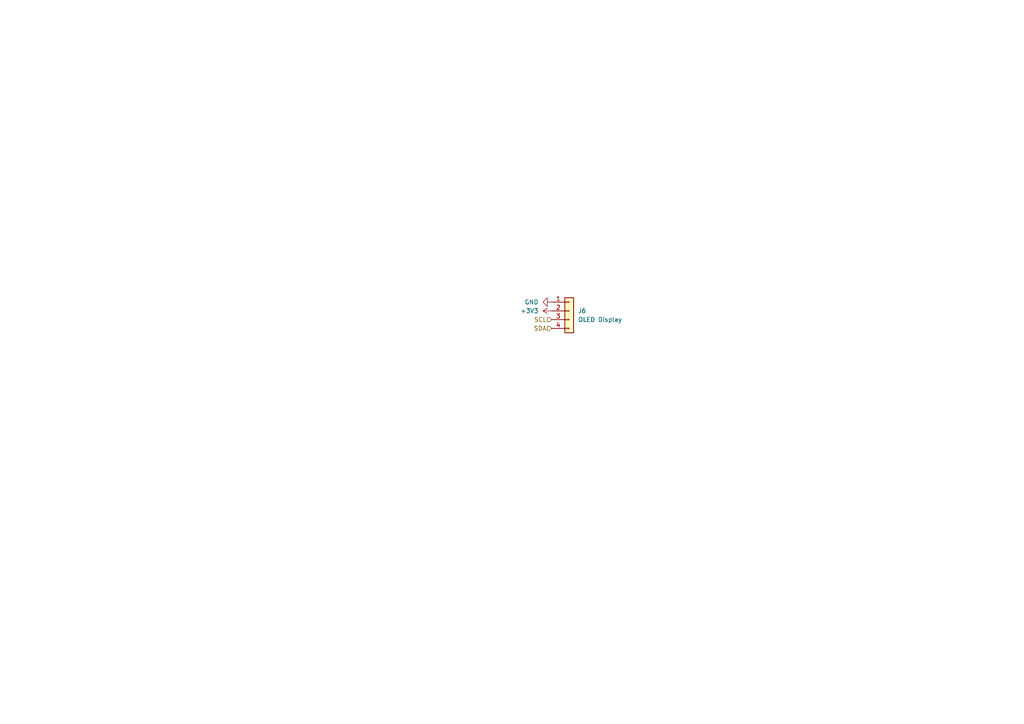
<source format=kicad_sch>
(kicad_sch (version 20230121) (generator eeschema)
  (paper "A4")
  (lib_symbols
    (symbol "Connector_Generic:Conn_01x04" (pin_names (offset 1.016) hide)
      (property "Reference" "J" (at 0 5.08 0))
      (property "Value" "Conn_01x04" (at 0 -7.62 0))
      (symbol "Conn_01x04_1_1"
        (rectangle (start -1.27 -4.953) (end 0 -5.207) (stroke (width 0.1524)))
        (rectangle (start -1.27 -2.413) (end 0 -2.667) (stroke (width 0.1524)))
        (rectangle (start -1.27 0.127) (end 0 -0.127) (stroke (width 0.1524)))
        (rectangle (start -1.27 2.667) (end 0 2.413) (stroke (width 0.1524)))
        (rectangle (start -1.27 3.81) (end 1.27 -6.35) (stroke (width 0.254)) (fill (type background)))
        (pin passive line (at -5.08 2.54 0) (length 3.81) (name "Pin_1") (number "1"))
        (pin passive line (at -5.08 0 0) (length 3.81) (name "Pin_2") (number "2"))
        (pin passive line (at -5.08 -2.54 0) (length 3.81) (name "Pin_3") (number "3"))
        (pin passive line (at -5.08 -5.08 0) (length 3.81) (name "Pin_4") (number "4"))
      )
    )
    (symbol "power:+3V3" (power) (pin_names (offset 0))
      (property "Value" "+3V3" (at 0 3.556 0))
      (symbol "+3V3_0_1"
        (polyline (pts (xy -0.762 1.27) (xy 0 2.54)))
        (polyline (pts (xy 0 0) (xy 0 2.54)))
        (polyline (pts (xy 0 2.54) (xy 0.762 1.27)))
      )
      (symbol "+3V3_1_1"
        (pin power_in line (at 0 0 90) (length 0) hide (name "+3V3") (number "1"))
      )
    )
    (symbol "power:GND" (power) (pin_names (offset 0))
      (property "Value" "GND" (at 0 -3.81 0))
      (symbol "GND_0_1"
        (polyline (pts (xy 0 0) (xy 0 -1.27) (xy 1.27 -1.27) (xy 0 -2.54) (xy -1.27 -1.27) (xy 0 -1.27)))
      )
      (symbol "GND_1_1"
        (pin power_in line (at 0 0 270) (length 0) hide (name "GND") (number "1"))
      )
    )
  )
  (hierarchical_label "SCL" (shape input) (at 160.02 92.71 180))
  (hierarchical_label "SDA" (shape input) (at 160.02 95.25 180))
  (symbol (lib_id "Connector_Generic:Conn_01x04") (at 165.1 90.17 0) (unit 1)
    (property "Reference" "J6" (at 167.64 90.1699 0) (effects (justify left)))
    (property "Value" "OLED Display" (at 167.64 92.7099 0) (effects (justify left)))
    (property "Footprint" "Connector_PinHeader_2.54mm:PinHeader_1x04_P2.54mm_Vertical" (effects hide))
  )
  (symbol (lib_id "power:+3V3") (at 160.02 90.17 90) (unit 1)
    (property "Reference" "#PWR0164" (effects hide))
    (property "Value" "+3V3" (at 156.21 90.1699 90) (effects (justify left)))
  )
  (symbol (lib_id "power:GND") (at 160.02 87.63 270) (unit 1)
    (property "Reference" "#PWR0163" (effects hide))
    (property "Value" "GND" (at 156.21 87.6299 90) (effects (justify right)))
  )
)
</source>
